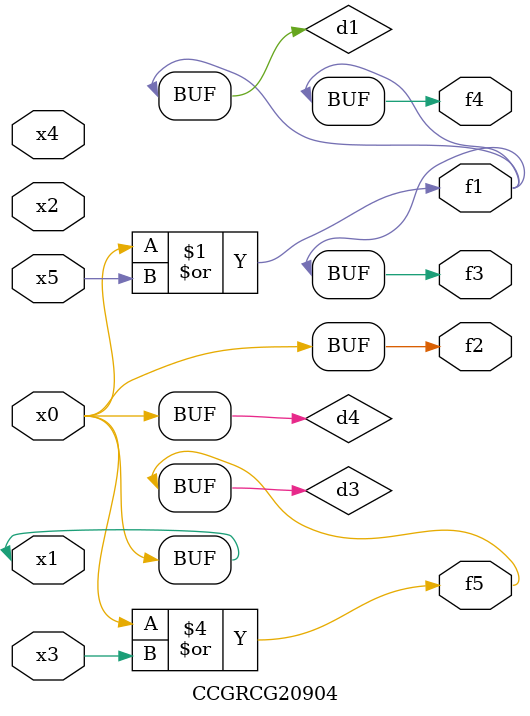
<source format=v>
module CCGRCG20904(
	input x0, x1, x2, x3, x4, x5,
	output f1, f2, f3, f4, f5
);

	wire d1, d2, d3, d4;

	or (d1, x0, x5);
	xnor (d2, x1, x4);
	or (d3, x0, x3);
	buf (d4, x0, x1);
	assign f1 = d1;
	assign f2 = d4;
	assign f3 = d1;
	assign f4 = d1;
	assign f5 = d3;
endmodule

</source>
